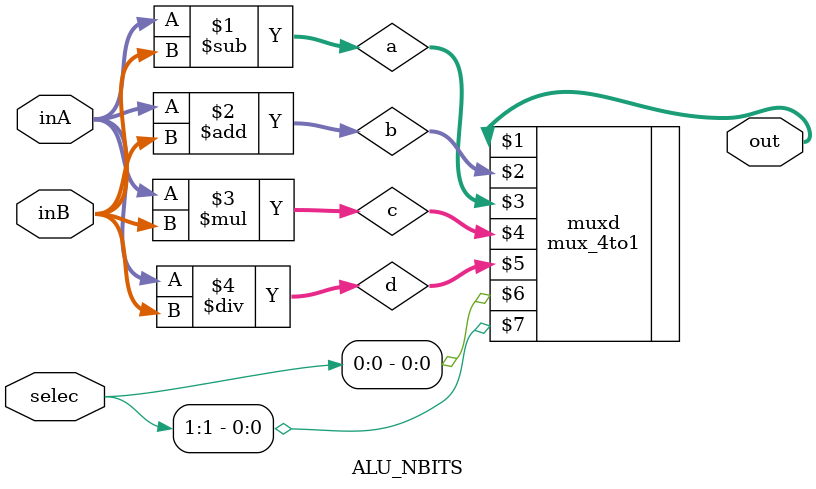
<source format=sv>
module ALU_NBITS #(parameter N = 32) 
	(
		input logic [N - 1 : 0] inA, inB,
		input logic [1 : 0] selec,
		output logic [N - 1 : 0] out
	);
	logic [N - 1 : 0] a, b, c, d, outs;
	
	assign a = inA - inB; //0001
	
	assign b = inA + inB;//0000
	
	assign c = inA * inB;//0010

	assign d = inA / inB;//0100
	
	mux_4to1 #(N) muxd (out, b, a, c, d, selec[0], selec[1]);
	
endmodule

</source>
